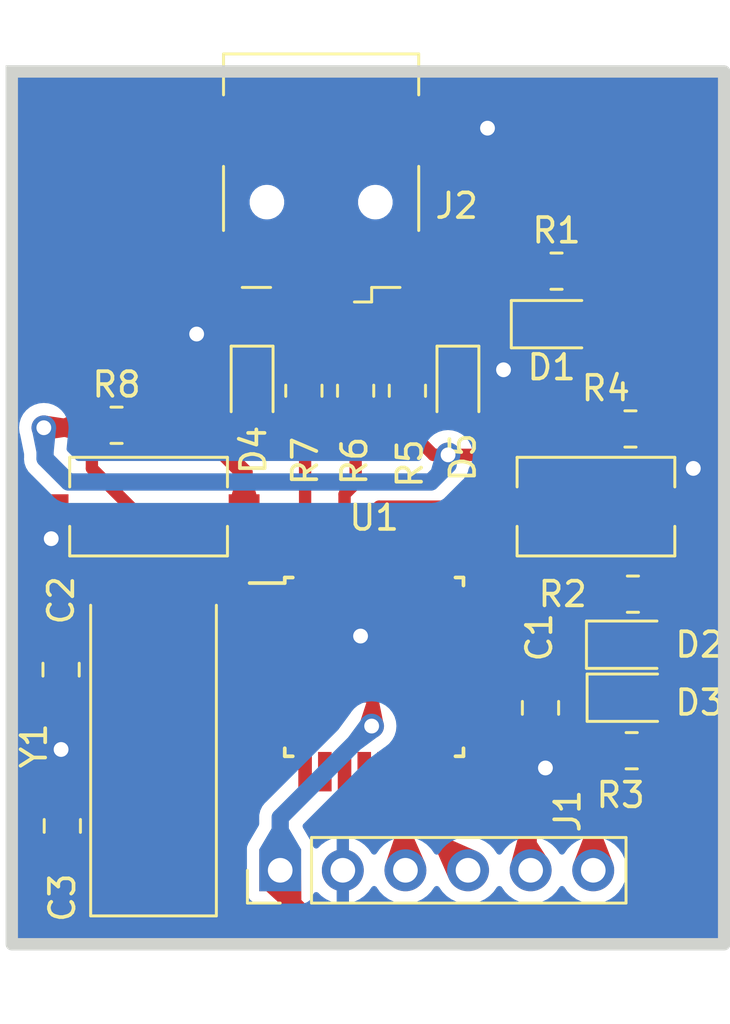
<source format=kicad_pcb>
(kicad_pcb (version 20221018) (generator pcbnew)
  (title_block (title "ATMega8 Minimum System") (date "2023-10-19") (rev "v0") (company "Achmadi ST MT"))
  (layers (0 "F.Cu" signal) (31 "B.Cu" signal) (34 "B.Paste" user) (35 "F.Paste" user) (36 "B.SilkS" user "B.Silkscreen") (37 "F.SilkS" user "F.Silkscreen") (38 "B.Mask" user) (39 "F.Mask" user) (44 "Edge.Cuts" user))
  (net 0 "")
  (net 1 "GND")
  (net 2 "Net-(U1-PB6{slash}XTAL1)")
  (net 3 "Net-(U1-PB7{slash}XTAL2)")
  (net 4 "Net-(D1-A)")
  (net 5 "LED2")
  (net 6 "Net-(D2-A)")
  (net 7 "LED1")
  (net 8 "Net-(D3-A)")
  (net 9 "USB_DP")
  (net 10 "USB_DM")
  (net 11 "VCC")
  (net 12 "NSS")
  (net 13 "MOSI")
  (net 14 "MISO")
  (net 15 "SCK")
  (net 17 "RST")
  (net 18 "Net-(U1-PD0)")
  (net 19 "Net-(U1-PD1)")
  (net 20 "BOOT")
  (footprint "Button_Switch_SMD:SW_Tactile_SPST_NO_Straight_CK_PTS636Sx25SMTRLFS" (layer "F.Cu") (at 89.5 59.85)
    (fp_text reference "SW2" hide)
    (fp_text value "SW_Push")
    (fp_line (start -3.2 -2) (end -3.2 -0.8) (stroke (width 0.12)) (layer "F.SilkS"))
    (fp_line (start -3.2 0.8) (end -3.2 2) (stroke (width 0.12)) (layer "F.SilkS"))
    (fp_line (start -3.2 2) (end 3.2 2) (stroke (width 0.12)) (layer "F.SilkS"))
    (fp_line (start 3.2 -2) (end -3.2 -2) (stroke (width 0.12)) (layer "F.SilkS"))
    (fp_line (start 3.2 -0.8) (end 3.2 -2) (stroke (width 0.12)) (layer "F.SilkS"))
    (fp_line (start 3.2 2) (end 3.2 0.8) (stroke (width 0.12)) (layer "F.SilkS"))
    (pad "1" smd rect (at -3.875 0) (size 1.25 1) (layers "F.Cu" "F.Paste" "F.Mask") (net 1 "GND"))
    (pad "2" smd rect (at 3.875 0) (size 1.25 1) (layers "F.Cu" "F.Paste" "F.Mask") (net 20 "BOOT"))
  )
  (footprint "Button_Switch_SMD:SW_Tactile_SPST_NO_Straight_CK_PTS636Sx25SMTRLFS" (layer "F.Cu") (at 107.65 59.85 180)
    (fp_text reference "SW1" hide)
    (fp_text value "SW_Push")
    (fp_line (start -3.2 -2) (end -3.2 -0.8) (stroke (width 0.12)) (layer "F.SilkS"))
    (fp_line (start -3.2 0.8) (end -3.2 2) (stroke (width 0.12)) (layer "F.SilkS"))
    (fp_line (start -3.2 2) (end 3.2 2) (stroke (width 0.12)) (layer "F.SilkS"))
    (fp_line (start 3.2 -2) (end -3.2 -2) (stroke (width 0.12)) (layer "F.SilkS"))
    (fp_line (start 3.2 -0.8) (end 3.2 -2) (stroke (width 0.12)) (layer "F.SilkS"))
    (fp_line (start 3.2 2) (end 3.2 0.8) (stroke (width 0.12)) (layer "F.SilkS"))
    (pad "1" smd rect (at -3.875 0 180) (size 1.25 1) (layers "F.Cu" "F.Paste" "F.Mask") (net 1 "GND"))
    (pad "2" smd rect (at 3.875 0 180) (size 1.25 1) (layers "F.Cu" "F.Paste" "F.Mask") (net 17 "RST"))
  )
  (footprint "LED_SMD:LED_0805_2012Metric_Pad1.15x1.40mm_HandSolder" (layer "F.Cu") (at 106.075 52.45)
    (fp_text reference "D1" (at -0.225 1.75) (layer "F.SilkS"))
    (fp_text value "LED")
    (fp_line (start -1.86 -0.96) (end -1.86 0.96) (stroke (width 0.12)) (layer "F.SilkS"))
    (fp_line (start -1.86 0.96) (end 1 0.96) (stroke (width 0.12)) (layer "F.SilkS"))
    (fp_line (start 1 -0.96) (end -1.86 -0.96) (stroke (width 0.12)) (layer "F.SilkS"))
    (pad "1" smd roundrect (at -1.025 0) (size 1.15 1.4) (layers "F.Cu" "F.Paste" "F.Mask") (roundrect_rratio 0.217391) (net 1 "GND"))
    (pad "2" smd roundrect (at 1.025 0) (size 1.15 1.4) (layers "F.Cu" "F.Paste" "F.Mask") (roundrect_rratio 0.217391) (net 4 "Net-(D1-A)"))
  )
  (footprint "LED_SMD:LED_0805_2012Metric_Pad1.15x1.40mm_HandSolder" (layer "F.Cu") (at 109.15 67.6)
    (fp_text reference "D3" (at 2.7 0.2) (layer "F.SilkS"))
    (fp_text value "LED")
    (fp_line (start -1.86 -0.96) (end -1.86 0.96) (stroke (width 0.12)) (layer "F.SilkS"))
    (fp_line (start -1.86 0.96) (end 1 0.96) (stroke (width 0.12)) (layer "F.SilkS"))
    (fp_line (start 1 -0.96) (end -1.86 -0.96) (stroke (width 0.12)) (layer "F.SilkS"))
    (pad "1" smd roundrect (at -1.025 0) (size 1.15 1.4) (layers "F.Cu" "F.Paste" "F.Mask") (roundrect_rratio 0.217391) (net 7 "LED1"))
    (pad "2" smd roundrect (at 1.025 0) (size 1.15 1.4) (layers "F.Cu" "F.Paste" "F.Mask") (roundrect_rratio 0.217391) (net 8 "Net-(D3-A)"))
  )
  (footprint "Resistor_SMD:R_0805_2012Metric_Pad1.20x1.40mm_HandSolder" (layer "F.Cu") (at 106.05 50.3)
    (fp_text reference "R1" (at 0 -1.65) (layer "F.SilkS"))
    (fp_text value "330")
    (fp_line (start -0.227064 -0.735) (end 0.227064 -0.735) (stroke (width 0.12)) (layer "F.SilkS"))
    (fp_line (start -0.227064 0.735) (end 0.227064 0.735) (stroke (width 0.12)) (layer "F.SilkS"))
    (pad "1" smd roundrect (at -1 0) (size 1.2 1.4) (layers "F.Cu" "F.Paste" "F.Mask") (roundrect_rratio 0.208333) (net 11 "VCC"))
    (pad "2" smd roundrect (at 1 0) (size 1.2 1.4) (layers "F.Cu" "F.Paste" "F.Mask") (roundrect_rratio 0.208333) (net 4 "Net-(D1-A)"))
  )
  (footprint "Resistor_SMD:R_0805_2012Metric_Pad1.20x1.40mm_HandSolder" (layer "F.Cu") (at 95.8 55.15 90)
    (fp_text reference "R7" (at -2.85 0.05 90) (layer "F.SilkS"))
    (fp_text value "68")
    (fp_line (start -0.227064 -0.735) (end 0.227064 -0.735) (stroke (width 0.12)) (layer "F.SilkS"))
    (fp_line (start -0.227064 0.735) (end 0.227064 0.735) (stroke (width 0.12)) (layer "F.SilkS"))
    (pad "1" smd roundrect (at -1 0 90) (size 1.2 1.4) (layers "F.Cu" "F.Paste" "F.Mask") (roundrect_rratio 0.208333) (net 19 "Net-(U1-PD1)"))
    (pad "2" smd roundrect (at 1 0 90) (size 1.2 1.4) (layers "F.Cu" "F.Paste" "F.Mask") (roundrect_rratio 0.208333) (net 9 "USB_DP"))
  )
  (footprint "Connector_PinHeader_2.54mm:PinHeader_1x06_P2.54mm_Vertical" (layer "F.Cu") (at 94.84 74.6 90)
    (fp_text reference "J1" (at 2.4 11.66 90) (layer "F.SilkS"))
    (fp_text value "Conn_01x06_Pin")
    (fp_line (start -1.33 -1.33) (end 0 -1.33) (stroke (width 0.12)) (layer "F.SilkS"))
    (fp_line (start -1.33 0) (end -1.33 -1.33) (stroke (width 0.12)) (layer "F.SilkS"))
    (fp_line (start -1.33 1.27) (end -1.33 14.03) (stroke (width 0.12)) (layer "F.SilkS"))
    (fp_line (start -1.33 1.27) (end 1.33 1.27) (stroke (width 0.12)) (layer "F.SilkS"))
    (fp_line (start -1.33 14.03) (end 1.33 14.03) (stroke (width 0.12)) (layer "F.SilkS"))
    (fp_line (start 1.33 1.27) (end 1.33 14.03) (stroke (width 0.12)) (layer "F.SilkS"))
    (pad "1" thru_hole rect (at 0 0 90) (size 1.7 1.7) (drill 1) (layers "*.Cu" "*.Mask") (net 11 "VCC"))
    (pad "2" thru_hole oval (at 0 2.54 90) (size 1.7 1.7) (drill 1) (layers "*.Cu" "*.Mask") (net 1 "GND"))
    (pad "3" thru_hole oval (at 0 5.08 90) (size 1.7 1.7) (drill 1) (layers "*.Cu" "*.Mask") (net 12 "NSS"))
    (pad "4" thru_hole oval (at 0 7.62 90) (size 1.7 1.7) (drill 1) (layers "*.Cu" "*.Mask") (net 13 "MOSI"))
    (pad "5" thru_hole oval (at 0 10.16 90) (size 1.7 1.7) (drill 1) (layers "*.Cu" "*.Mask") (net 14 "MISO"))
    (pad "6" thru_hole oval (at 0 12.7 90) (size 1.7 1.7) (drill 1) (layers "*.Cu" "*.Mask") (net 15 "SCK"))
  )
  (footprint "Resistor_SMD:R_0805_2012Metric_Pad1.20x1.40mm_HandSolder" (layer "F.Cu") (at 109.05 56.7 180)
    (fp_text reference "R4" (at 1 1.65) (layer "F.SilkS"))
    (fp_text value "10K")
    (fp_line (start -0.227064 -0.735) (end 0.227064 -0.735) (stroke (width 0.12)) (layer "F.SilkS"))
    (fp_line (start -0.227064 0.735) (end 0.227064 0.735) (stroke (width 0.12)) (layer "F.SilkS"))
    (pad "1" smd roundrect (at -1 0 180) (size 1.2 1.4) (layers "F.Cu" "F.Paste" "F.Mask") (roundrect_rratio 0.208333) (net 11 "VCC"))
    (pad "2" smd roundrect (at 1 0 180) (size 1.2 1.4) (layers "F.Cu" "F.Paste" "F.Mask") (roundrect_rratio 0.208333) (net 17 "RST"))
  )
  (footprint "Diode_SMD:D_SOD-323" (layer "F.Cu") (at 93.7 54.95 -90)
    (fp_text reference "D4" (at 2.6 -0.05 90) (layer "F.SilkS"))
    (fp_text value "3V6")
    (fp_line (start -1.61 -0.85) (end -1.61 0.85) (stroke (width 0.12)) (layer "F.SilkS"))
    (fp_line (start -1.61 -0.85) (end 1.05 -0.85) (stroke (width 0.12)) (layer "F.SilkS"))
    (fp_line (start -1.61 0.85) (end 1.05 0.85) (stroke (width 0.12)) (layer "F.SilkS"))
    (pad "1" smd roundrect (at -1.05 0 270) (size 0.6 0.45) (layers "F.Cu" "F.Paste" "F.Mask") (net 9 "USB_DP"))
    (pad "2" smd roundrect (at 1.05 0 270) (size 0.6 0.45) (layers "F.Cu" "F.Paste" "F.Mask") (net 1 "GND"))
  )
  (footprint "Package_QFP:TQFP-32_7x7mm_P0.8mm" (layer "F.Cu") (at 98.65 66.35)
    (fp_text reference "U1" (at 0 -6.05) (layer "F.SilkS"))
    (fp_text value "ATmega8A-A")
    (fp_line (start -3.625 -3.625) (end -3.625 -3.4) (stroke (width 0.15)) (layer "F.SilkS"))
    (fp_line (start -3.625 -3.625) (end -3.3 -3.625) (stroke (width 0.15)) (layer "F.SilkS"))
    (fp_line (start -3.625 -3.4) (end -5.05 -3.4) (stroke (width 0.15)) (layer "F.SilkS"))
    (fp_line (start -3.625 3.625) (end -3.625 3.3) (stroke (width 0.15)) (layer "F.SilkS"))
    (fp_line (start -3.625 3.625) (end -3.3 3.625) (stroke (width 0.15)) (layer "F.SilkS"))
    (fp_line (start 3.625 -3.625) (end 3.3 -3.625) (stroke (width 0.15)) (layer "F.SilkS"))
    (fp_line (start 3.625 -3.625) (end 3.625 -3.3) (stroke (width 0.15)) (layer "F.SilkS"))
    (fp_line (start 3.625 3.625) (end 3.3 3.625) (stroke (width 0.15)) (layer "F.SilkS"))
    (fp_line (start 3.625 3.625) (end 3.625 3.3) (stroke (width 0.15)) (layer "F.SilkS"))
    (pad "1" smd rect (at -4.25 -2.8) (size 1.6 0.55) (layers "F.Cu" "F.Paste" "F.Mask") (net 20 "BOOT"))
    (pad "2" smd rect (at -4.25 -2) (size 1.6 0.55) (layers "F.Cu" "F.Paste" "F.Mask"))
    (pad "3" smd rect (at -4.25 -1.2) (size 1.6 0.55) (layers "F.Cu" "F.Paste" "F.Mask") (net 1 "GND"))
    (pad "4" smd rect (at -4.25 -0.4) (size 1.6 0.55) (layers "F.Cu" "F.Paste" "F.Mask") (net 11 "VCC"))
    (pad "5" smd rect (at -4.25 0.4) (size 1.6 0.55) (layers "F.Cu" "F.Paste" "F.Mask") (net 1 "GND"))
    (pad "6" smd rect (at -4.25 1.2) (size 1.6 0.55) (layers "F.Cu" "F.Paste" "F.Mask") (net 11 "VCC"))
    (pad "7" smd rect (at -4.25 2) (size 1.6 0.55) (layers "F.Cu" "F.Paste" "F.Mask") (net 2 "Net-(U1-PB6{slash}XTAL1)"))
    (pad "8" smd rect (at -4.25 2.8) (size 1.6 0.55) (layers "F.Cu" "F.Paste" "F.Mask") (net 3 "Net-(U1-PB7{slash}XTAL2)"))
    (pad "9" smd rect (at -2.8 4.25 90) (size 1.6 0.55) (layers "F.Cu" "F.Paste" "F.Mask"))
    (pad "10" smd rect (at -2 4.25 90) (size 1.6 0.55) (layers "F.Cu" "F.Paste" "F.Mask"))
    (pad "11" smd rect (at -1.2 4.25 90) (size 1.6 0.55) (layers "F.Cu" "F.Paste" "F.Mask"))
    (pad "12" smd rect (at -0.4 4.25 90) (size 1.6 0.55) (layers "F.Cu" "F.Paste" "F.Mask"))
    (pad "13" smd rect (at 0.4 4.25 90) (size 1.6 0.55) (layers "F.Cu" "F.Paste" "F.Mask"))
    (pad "14" smd rect (at 1.2 4.25 90) (size 1.6 0.55) (layers "F.Cu" "F.Paste" "F.Mask") (net 12 "NSS"))
    (pad "15" smd rect (at 2 4.25 90) (size 1.6 0.55) (layers "F.Cu" "F.Paste" "F.Mask") (net 13 "MOSI"))
    (pad "16" smd rect (at 2.8 4.25 90) (size 1.6 0.55) (layers "F.Cu" "F.Paste" "F.Mask") (net 14 "MISO"))
    (pad "17" smd rect (at 4.25 2.8) (size 1.6 0.55) (layers "F.Cu" "F.Paste" "F.Mask") (net 15 "SCK"))
    (pad "18" smd rect (at 4.25 2) (size 1.6 0.55) (layers "F.Cu" "F.Paste" "F.Mask") (net 11 "VCC"))
    (pad "19" smd rect (at 4.25 1.2) (size 1.6 0.55) (layers "F.Cu" "F.Paste" "F.Mask"))
    (pad "20" smd rect (at 4.25 0.4) (size 1.6 0.55) (layers "F.Cu" "F.Paste" "F.Mask") (net 11 "VCC"))
    (pad "21" smd rect (at 4.25 -0.4) (size 1.6 0.55) (layers "F.Cu" "F.Paste" "F.Mask") (net 1 "GND"))
    (pad "22" smd rect (at 4.25 -1.2) (size 1.6 0.55) (layers "F.Cu" "F.Paste" "F.Mask"))
    (pad "23" smd rect (at 4.25 -2) (size 1.6 0.55) (layers "F.Cu" "F.Paste" "F.Mask") (net 7 "LED1"))
    (pad "24" smd rect (at 4.25 -2.8) (size 1.6 0.55) (layers "F.Cu" "F.Paste" "F.Mask") (net 5 "LED2"))
    (pad "25" smd rect (at 2.8 -4.25 90) (size 1.6 0.55) (layers "F.Cu" "F.Paste" "F.Mask") (net 1 "GND"))
    (pad "26" smd rect (at 2 -4.25 90) (size 1.6 0.55) (layers "F.Cu" "F.Paste" "F.Mask"))
    (pad "27" smd rect (at 1.2 -4.25 90) (size 1.6 0.55) (layers "F.Cu" "F.Paste" "F.Mask"))
    (pad "28" smd rect (at 0.4 -4.25 90) (size 1.6 0.55) (layers "F.Cu" "F.Paste" "F.Mask"))
    (pad "29" smd rect (at -0.4 -4.25 90) (size 1.6 0.55) (layers "F.Cu" "F.Paste" "F.Mask") (net 17 "RST"))
    (pad "30" smd rect (at -1.2 -4.25 90) (size 1.6 0.55) (layers "F.Cu" "F.Paste" "F.Mask") (net 18 "Net-(U1-PD0)"))
    (pad "31" smd rect (at -2 -4.25 90) (size 1.6 0.55) (layers "F.Cu" "F.Paste" "F.Mask") (net 19 "Net-(U1-PD1)"))
    (pad "32" smd rect (at -2.8 -4.25 90) (size 1.6 0.55) (layers "F.Cu" "F.Paste" "F.Mask") (net 19 "Net-(U1-PD1)"))
  )
  (footprint "Connector_USB:USB_Mini-B_Wuerth_65100516121_Horizontal" (layer "F.Cu") (at 96.5 47.5 180)
    (fp_text reference "J2" (at -5.5 -0.15) (layer "F.SilkS"))
    (fp_text value "USB_B_Mini")
    (fp_line (start -3.96 1.45) (end -3.96 -1.15) (stroke (width 0.12)) (layer "F.SilkS"))
    (fp_line (start -3.96 4.35) (end -3.96 6.01) (stroke (width 0.12)) (layer "F.SilkS"))
    (fp_line (start -3.96 6.01) (end 3.96 6.01) (stroke (width 0.12)) (layer "F.SilkS"))
    (fp_line (start -3.2 -3.46) (end -2.05 -3.46) (stroke (width 0.12)) (layer "F.SilkS"))
    (fp_line (start -2.05 -4.05) (end -1.35 -4.05) (stroke (width 0.12)) (layer "F.SilkS"))
    (fp_line (start -2.05 -3.46) (end -2.05 -4.05) (stroke (width 0.12)) (layer "F.SilkS"))
    (fp_line (start 2.05 -3.46) (end 3.2 -3.46) (stroke (width 0.12)) (layer "F.SilkS"))
    (fp_line (start 3.96 -1.15) (end 3.96 1.45) (stroke (width 0.12)) (layer "F.SilkS"))
    (fp_line (start 3.96 6.01) (end 3.96 4.35) (stroke (width 0.12)) (layer "F.SilkS"))
    (pad "" np_thru_hole circle (at -2.2 0 180) (size 0.9 0.9) (drill 0.9) (layers "*.Cu" "*.Mask"))
    (pad "" np_thru_hole circle (at 2.2 0 180) (size 0.9 0.9) (drill 0.9) (layers "*.Cu" "*.Mask"))
    (pad "1" smd rect (at -1.6 -2.6 180) (size 0.5 2.5) (layers "F.Cu" "F.Paste" "F.Mask") (net 11 "VCC"))
    (pad "2" smd rect (at -0.8 -2.6 180) (size 0.5 2.5) (layers "F.Cu" "F.Paste" "F.Mask") (net 10 "USB_DM"))
    (pad "3" smd rect (at 0 -2.6 180) (size 0.5 2.5) (layers "F.Cu" "F.Paste" "F.Mask") (net 9 "USB_DP"))
    (pad "4" smd rect (at 0.8 -2.6 180) (size 0.5 2.5) (layers "F.Cu" "F.Paste" "F.Mask"))
    (pad "5" smd rect (at 1.6 -2.6 180) (size 0.5 2.5) (layers "F.Cu" "F.Paste" "F.Mask") (net 1 "GND"))
    (pad "6" smd rect (at -4.4 -2.6 180) (size 2 2.5) (layers "F.Cu" "F.Paste" "F.Mask") (net 1 "GND"))
    (pad "6" smd rect (at -4.4 2.9 180) (size 2 2.5) (layers "F.Cu" "F.Paste" "F.Mask") (net 1 "GND"))
    (pad "6" smd rect (at 4.4 -2.6 180) (size 2 2.5) (layers "F.Cu" "F.Paste" "F.Mask") (net 1 "GND"))
    (pad "6" smd rect (at 4.4 2.9 180) (size 2 2.5) (layers "F.Cu" "F.Paste" "F.Mask") (net 1 "GND"))
  )
  (footprint "Diode_SMD:D_SOD-323" (layer "F.Cu") (at 102.05 54.95 -90)
    (fp_text reference "D5" (at 2.9 -0.2 -90) (layer "F.SilkS"))
    (fp_text value "3V6")
    (fp_line (start -1.61 -0.85) (end -1.61 0.85) (stroke (width 0.12)) (layer "F.SilkS"))
    (fp_line (start -1.61 -0.85) (end 1.05 -0.85) (stroke (width 0.12)) (layer "F.SilkS"))
    (fp_line (start -1.61 0.85) (end 1.05 0.85) (stroke (width 0.12)) (layer "F.SilkS"))
    (pad "1" smd roundrect (at -1.05 0 270) (size 0.6 0.45) (layers "F.Cu" "F.Paste" "F.Mask") (net 10 "USB_DM"))
    (pad "2" smd roundrect (at 1.05 0 270) (size 0.6 0.45) (layers "F.Cu" "F.Paste" "F.Mask") (net 1 "GND"))
  )
  (footprint "Resistor_SMD:R_0805_2012Metric_Pad1.20x1.40mm_HandSolder" (layer "F.Cu") (at 109.1 69.75 180)
    (fp_text reference "R3" (at 0.45 -1.8) (layer "F.SilkS"))
    (fp_text value "330")
    (fp_line (start -0.227064 -0.735) (end 0.227064 -0.735) (stroke (width 0.12)) (layer "F.SilkS"))
    (fp_line (start -0.227064 0.735) (end 0.227064 0.735) (stroke (width 0.12)) (layer "F.SilkS"))
    (pad "1" smd roundrect (at -1 0 180) (size 1.2 1.4) (layers "F.Cu" "F.Paste" "F.Mask") (roundrect_rratio 0.208333) (net 11 "VCC"))
    (pad "2" smd roundrect (at 1 0 180) (size 1.2 1.4) (layers "F.Cu" "F.Paste" "F.Mask") (roundrect_rratio 0.208333) (net 8 "Net-(D3-A)"))
  )
  (footprint "Crystal:Crystal_SMD_HC49-SD" (layer "F.Cu") (at 89.7 69.75 90)
    (fp_text reference "Y1" (at 0.2 -4.85 90) (layer "F.SilkS"))
    (fp_text value "12MHz")
    (fp_line (start -6.7 -2.55) (end -6.7 2.55) (stroke (width 0.12)) (layer "F.SilkS"))
    (fp_line (start -6.7 2.55) (end 5.9 2.55) (stroke (width 0.12)) (layer "F.SilkS"))
    (fp_line (start 5.9 -2.55) (end -6.7 -2.55) (stroke (width 0.12)) (layer "F.SilkS"))
    (pad "1" smd rect (at -4.25 0 90) (size 4.5 2) (layers "F.Cu" "F.Paste" "F.Mask") (net 3 "Net-(U1-PB7{slash}XTAL2)"))
    (pad "2" smd rect (at 4.25 0 90) (size 4.5 2) (layers "F.Cu" "F.Paste" "F.Mask") (net 2 "Net-(U1-PB6{slash}XTAL1)"))
  )
  (footprint "Resistor_SMD:R_0805_2012Metric_Pad1.20x1.40mm_HandSolder" (layer "F.Cu") (at 88.2 56.55)
    (fp_text reference "R8" (at 0 -1.65) (layer "F.SilkS"))
    (fp_text value "10K")
    (fp_line (start -0.227064 -0.735) (end 0.227064 -0.735) (stroke (width 0.12)) (layer "F.SilkS"))
    (fp_line (start -0.227064 0.735) (end 0.227064 0.735) (stroke (width 0.12)) (layer "F.SilkS"))
    (pad "1" smd roundrect (at -1 0) (size 1.2 1.4) (layers "F.Cu" "F.Paste" "F.Mask") (roundrect_rratio 0.208333) (net 11 "VCC"))
    (pad "2" smd roundrect (at 1 0) (size 1.2 1.4) (layers "F.Cu" "F.Paste" "F.Mask") (roundrect_rratio 0.208333) (net 20 "BOOT"))
  )
  (footprint "Resistor_SMD:R_0805_2012Metric_Pad1.20x1.40mm_HandSolder" (layer "F.Cu") (at 97.9 55.15 90)
    (fp_text reference "R6" (at -2.85 -0.05 90) (layer "F.SilkS"))
    (fp_text value "68")
    (fp_line (start -0.227064 -0.735) (end 0.227064 -0.735) (stroke (width 0.12)) (layer "F.SilkS"))
    (fp_line (start -0.227064 0.735) (end 0.227064 0.735) (stroke (width 0.12)) (layer "F.SilkS"))
    (pad "1" smd roundrect (at -1 0 90) (size 1.2 1.4) (layers "F.Cu" "F.Paste" "F.Mask") (roundrect_rratio 0.208333) (net 18 "Net-(U1-PD0)"))
    (pad "2" smd roundrect (at 1 0 90) (size 1.2 1.4) (layers "F.Cu" "F.Paste" "F.Mask") (roundrect_rratio 0.208333) (net 10 "USB_DM"))
  )
  (footprint "Capacitor_SMD:C_0805_2012Metric_Pad1.18x1.45mm_HandSolder" (layer "F.Cu") (at 105.4 68.0125 90)
    (fp_text reference "C1" (at 2.8625 -0.05 90) (layer "F.SilkS"))
    (fp_text value "100n")
    (fp_line (start -0.261252 -0.735) (end 0.261252 -0.735) (stroke (width 0.12)) (layer "F.SilkS"))
    (fp_line (start -0.261252 0.735) (end 0.261252 0.735) (stroke (width 0.12)) (layer "F.SilkS"))
    (pad "1" smd roundrect (at -1.0375 0 90) (size 1.175 1.45) (layers "F.Cu" "F.Paste" "F.Mask") (roundrect_rratio 0.212766) (net 1 "GND"))
    (pad "2" smd roundrect (at 1.0375 0 90) (size 1.175 1.45) (layers "F.Cu" "F.Paste" "F.Mask") (roundrect_rratio 0.212766) (net 11 "VCC"))
  )
  (footprint "LED_SMD:LED_0805_2012Metric_Pad1.15x1.40mm_HandSolder" (layer "F.Cu") (at 109.125 65.45)
    (fp_text reference "D2" (at 2.725 0) (layer "F.SilkS"))
    (fp_text value "LED")
    (fp_line (start -1.86 -0.96) (end -1.86 0.96) (stroke (width 0.12)) (layer "F.SilkS"))
    (fp_line (start -1.86 0.96) (end 1 0.96) (stroke (width 0.12)) (layer "F.SilkS"))
    (fp_line (start 1 -0.96) (end -1.86 -0.96) (stroke (width 0.12)) (layer "F.SilkS"))
    (pad "1" smd roundrect (at -1.025 0) (size 1.15 1.4) (layers "F.Cu" "F.Paste" "F.Mask") (roundrect_rratio 0.217391) (net 5 "LED2"))
    (pad "2" smd roundrect (at 1.025 0) (size 1.15 1.4) (layers "F.Cu" "F.Paste" "F.Mask") (roundrect_rratio 0.217391) (net 6 "Net-(D2-A)"))
  )
  (footprint "Capacitor_SMD:C_0805_2012Metric_Pad1.18x1.45mm_HandSolder" (layer "F.Cu") (at 85.95 66.4625 90)
    (fp_text reference "C2" (at 2.8125 0 90) (layer "F.SilkS"))
    (fp_text value "22pF")
    (fp_line (start -0.261252 -0.735) (end 0.261252 -0.735) (stroke (width 0.12)) (layer "F.SilkS"))
    (fp_line (start -0.261252 0.735) (end 0.261252 0.735) (stroke (width 0.12)) (layer "F.SilkS"))
    (pad "1" smd roundrect (at -1.0375 0 90) (size 1.175 1.45) (layers "F.Cu" "F.Paste" "F.Mask") (roundrect_rratio 0.212766) (net 1 "GND"))
    (pad "2" smd roundrect (at 1.0375 0 90) (size 1.175 1.45) (layers "F.Cu" "F.Paste" "F.Mask") (roundrect_rratio 0.212766) (net 2 "Net-(U1-PB6{slash}XTAL1)"))
  )
  (footprint "Capacitor_SMD:C_0805_2012Metric_Pad1.18x1.45mm_HandSolder" (layer "F.Cu") (at 86 72.8 -90)
    (fp_text reference "C3" (at 2.9125 0 90) (layer "F.SilkS"))
    (fp_text value "22pF")
    (fp_line (start -0.261252 -0.735) (end 0.261252 -0.735) (stroke (width 0.12)) (layer "F.SilkS"))
    (fp_line (start -0.261252 0.735) (end 0.261252 0.735) (stroke (width 0.12)) (layer "F.SilkS"))
    (pad "1" smd roundrect (at -1.0375 0 270) (size 1.175 1.45) (layers "F.Cu" "F.Paste" "F.Mask") (roundrect_rratio 0.212766) (net 1 "GND"))
    (pad "2" smd roundrect (at 1.0375 0 270) (size 1.175 1.45) (layers "F.Cu" "F.Paste" "F.Mask") (roundrect_rratio 0.212766) (net 3 "Net-(U1-PB7{slash}XTAL2)"))
  )
  (footprint "Resistor_SMD:R_0805_2012Metric_Pad1.20x1.40mm_HandSolder" (layer "F.Cu") (at 100 55.15 -90)
    (fp_text reference "R5" (at 2.95 -0.1 90) (layer "F.SilkS"))
    (fp_text value "10K")
    (fp_line (start -0.227064 -0.735) (end 0.227064 -0.735) (stroke (width 0.12)) (layer "F.SilkS"))
    (fp_line (start -0.227064 0.735) (end 0.227064 0.735) (stroke (width 0.12)) (layer "F.SilkS"))
    (pad "1" smd roundrect (at -1 0 270) (size 1.2 1.4) (layers "F.Cu" "F.Paste" "F.Mask") (roundrect_rratio 0.208333) (net 10 "USB_DM"))
    (pad "2" smd roundrect (at 1 0 270) (size 1.2 1.4) (layers "F.Cu" "F.Paste" "F.Mask") (roundrect_rratio 0.208333) (net 11 "VCC"))
  )
  (footprint "Resistor_SMD:R_0805_2012Metric_Pad1.20x1.40mm_HandSolder" (layer "F.Cu") (at 109.15 63.4 180)
    (fp_text reference "R2" (at 2.85 0) (layer "F.SilkS"))
    (fp_text value "330")
    (fp_line (start -0.227064 -0.735) (end 0.227064 -0.735) (stroke (width 0.12)) (layer "F.SilkS"))
    (fp_line (start -0.227064 0.735) (end 0.227064 0.735) (stroke (width 0.12)) (layer "F.SilkS"))
    (pad "1" smd roundrect (at -1 0 180) (size 1.2 1.4) (layers "F.Cu" "F.Paste" "F.Mask") (roundrect_rratio 0.208333) (net 11 "VCC"))
    (pad "2" smd roundrect (at 1 0 180) (size 1.2 1.4) (layers "F.Cu" "F.Paste" "F.Mask") (roundrect_rratio 0.208333) (net 6 "Net-(D2-A)"))
  )
  (gr_rect (start 83.95 42.2) (end 112.85 77.6) (stroke (width 0.5)) (fill none) (layer "Edge.Cuts"))
  (segment (start 111.525 58.375) (end 111.6 58.3) (width 0.7) (layer "F.Cu") (net 1))
  (segment (start 105.4 69.05) (end 105.4 70.25) (width 0.5) (layer "F.Cu") (net 1))
  (segment (start 105.05 52.45) (end 105.05 54.45) (width 0.5) (layer "F.Cu") (net 1))
  (segment (start 101.45 65.8) (end 101.3 65.95) (width 0.5) (layer "F.Cu") (net 1))
  (segment (start 93.7 56) (end 92.4 54.7) (width 0.5) (layer "F.Cu") (net 1))
  (segment (start 85.625 61.075) (end 85.55 61.15) (width 0.5) (layer "F.Cu") (net 1))
  (segment (start 100.7 65.95) (end 102.9 65.95) (width 0.5) (layer "F.Cu") (net 1))
  (segment (start 103.5 56) (end 102.05 56) (width 0.5) (layer "F.Cu") (net 1))
  (segment (start 105.4 70.25) (end 105.6 70.45) (width 0.5) (layer "F.Cu") (net 1))
  (segment (start 94.1 52.6) (end 92.4 52.6) (width 0.5) (layer "F.Cu") (net 1))
  (segment (start 100.9 44.6) (end 100.9 50.1) (width 0.7) (layer "F.Cu") (net 1))
  (segment (start 92.15 52.85) (end 91.45 52.85) (width 0.5) (layer "F.Cu") (net 1))
  (segment (start 101.3 65.95) (end 100.7 65.95) (width 0.5) (layer "F.Cu") (net 1))
  (segment (start 92.4 52.6) (end 92.15 52.85) (width 0.5) (layer "F.Cu") (net 1))
  (segment (start 97.5 66.75) (end 98.75 66.75) (width 0.5) (layer "F.Cu") (net 1))
  (segment (start 98.75 66.75) (end 98.1 66.1) (width 0.5) (layer "F.Cu") (net 1))
  (segment (start 105.05 54.45) (end 104.05 54.45) (width 0.5) (layer "F.Cu") (net 1))
  (segment (start 85.625 59.85) (end 85.625 61.075) (width 0.5) (layer "F.Cu") (net 1))
  (segment (start 94.9 51.8) (end 94.1 52.6) (width 0.5) (layer "F.Cu") (net 1))
  (segment (start 98.8 66.75) (end 99.6 65.95) (width 0.5) (layer "F.Cu") (net 1))
  (segment (start 103.15 44.6) (end 103.25 44.5) (width 0.7) (layer "F.Cu") (net 1))
  (segment (start 85.95 71.7125) (end 86 71.7625) (width 0.7) (layer "F.Cu") (net 1))
  (segment (start 92.4 52.6) (end 92.1 52.3) (width 0.5) (layer "F.Cu") (net 1))
  (segment (start 104.05 54.45) (end 103.9 54.3) (width 0.5) (layer "F.Cu") (net 1))
  (segment (start 92.4 54.7) (end 92.4 52.6) (width 0.5) (layer "F.Cu") (net 1))
  (segment (start 92.1 52.3) (end 92.1 50.1) (width 0.5) (layer "F.Cu") (net 1))
  (segment (start 94.4 65.15) (end 95.9 65.15) (width 0.5) (layer "F.Cu") (net 1))
  (segment (start 111.525 59.85) (end 111.525 58.375) (width 0.7) (layer "F.Cu") (net 1))
  (segment (start 101.45 62.1) (end 101.45 65.8) (width 0.5) (layer "F.Cu") (net 1))
  (segment (start 105.05 54.45) (end 103.5 56) (width 0.5) (layer "F.Cu") (net 1))
  (segment (start 92.1 44.6) (end 92.1 50.1) (width 0.7) (layer "F.Cu") (net 1))
  (segment (start 85.95 67.5) (end 85.95 71.7125) (width 0.7) (layer "F.Cu") (net 1))
  (segment (start 99.6 65.95) (end 100.7 65.95) (width 0.5) (layer "F.Cu") (net 1))
  (segment (start 98.1 66.1) (end 98.1 65.1) (width 0.5) (layer "F.Cu") (net 1))
  (segment (start 98.75 66.75) (end 98.8 66.75) (width 0.5) (layer "F.Cu") (net 1))
  (segment (start 94.9 50.1) (end 94.9 51.8) (width 0.5) (layer "F.Cu") (net 1))
  (segment (start 94.4 66.75) (end 97.5 66.75) (width 0.5) (layer "F.Cu") (net 1))
  (segment (start 100.9 44.6) (end 103.15 44.6) (width 0.7) (layer "F.Cu") (net 1))
  (segment (start 95.9 65.15) (end 97.5 66.75) (width 0.5) (layer "F.Cu") (net 1))
  (via (at 85.95 69.7) (size 1) (drill 0.6) (layers "F.Cu" "B.Cu") (net 1))
  (via (at 91.45 52.85) (size 1) (drill 0.6) (layers "F.Cu" "B.Cu") (net 1))
  (via (at 98.1 65.1) (size 1) (drill 0.6) (layers "F.Cu" "B.Cu") (net 1))
  (via (at 103.25 44.5) (size 1) (drill 0.6) (layers "F.Cu" "B.Cu") (net 1))
  (via (at 105.6 70.45) (size 1) (drill 0.6) (layers "F.Cu" "B.Cu") (net 1))
  (via (at 111.6 58.3) (size 1) (drill 0.6) (layers "F.Cu" "B.Cu") (net 1))
  (via (at 103.9 54.3) (size 1) (drill 0.6) (layers "F.Cu" "B.Cu") (net 1))
  (via (at 85.55 61.15) (size 1) (drill 0.6) (layers "F.Cu" "B.Cu") (net 1))
  (segment (start 85.95 65.425) (end 89.625 65.425) (width 0.7) (layer "F.Cu") (net 2))
  (segment (start 92.35 67.45) (end 92.35 66.1) (width 0.5) (layer "F.Cu") (net 2))
  (segment (start 94.4 68.35) (end 93.25 68.35) (width 0.5) (layer "F.Cu") (net 2))
  (segment (start 91.75 65.5) (end 89.7 65.5) (width 0.7) (layer "F.Cu") (net 2))
  (segment (start 92.35 66.1) (end 91.75 65.5) (width 0.5) (layer "F.Cu") (net 2))
  (segment (start 93.25 68.35) (end 92.35 67.45) (width 0.5) (layer "F.Cu") (net 2))
  (segment (start 89.625 65.425) (end 89.7 65.5) (width 0.7) (layer "F.Cu") (net 2))
  (segment (start 92.9 69.1) (end 92.35 69.65) (width 0.5) (layer "F.Cu") (net 3))
  (segment (start 89.7 74) (end 86.1625 74) (width 0.7) (layer "F.Cu") (net 3))
  (segment (start 91.85 74) (end 89.7 74) (width 0.7) (layer "F.Cu") (net 3))
  (segment (start 92.35 69.65) (end 92.35 73.5) (width 0.5) (layer "F.Cu") (net 3))
  (segment (start 92.35 73.5) (end 91.85 74) (width 0.5) (layer "F.Cu") (net 3))
  (segment (start 94.35 69.1) (end 92.9 69.1) (width 0.5) (layer "F.Cu") (net 3))
  (segment (start 86.1625 74) (end 86 73.8375) (width 0.7) (layer "F.Cu") (net 3))
  (segment (start 94.4 69.15) (end 94.35 69.1) (width 0.5) (layer "F.Cu") (net 3))
  (segment (start 107.05 52.4) (end 107.1 52.45) (width 0.5) (layer "F.Cu") (net 4))
  (segment (start 107.05 50.3) (end 107.05 52.4) (width 0.5) (layer "F.Cu") (net 4))
  (segment (start 107.35 65.45) (end 105.45 63.55) (width 0.5) (layer "F.Cu") (net 5))
  (segment (start 108.1 65.45) (end 107.35 65.45) (width 0.5) (layer "F.Cu") (net 5))
  (segment (start 105.45 63.55) (end 102.9 63.55) (width 0.5) (layer "F.Cu") (net 5))
  (segment (start 110.15 65.4) (end 108.15 63.4) (width 0.5) (layer "F.Cu") (net 6))
  (segment (start 110.15 65.45) (end 110.15 65.4) (width 0.5) (layer "F.Cu") (net 6))
  (segment (start 106.85 66.2) (end 105 64.35) (width 0.5) (layer "F.Cu") (net 7))
  (segment (start 108.125 67.6) (end 107.3 67.6) (width 0.5) (layer "F.Cu") (net 7))
  (segment (start 107.3 67.6) (end 106.85 67.15) (width 0.5) (layer "F.Cu") (net 7))
  (segment (start 105 64.35) (end 102.9 64.35) (width 0.5) (layer "F.Cu") (net 7))
  (segment (start 106.85 67.15) (end 106.85 66.2) (width 0.5) (layer "F.Cu") (net 7))
  (segment (start 110.175 67.675) (end 108.1 69.75) (width 0.5) (layer "F.Cu") (net 8))
  (segment (start 110.175 67.6) (end 110.175 67.675) (width 0.5) (layer "F.Cu") (net 8))
  (segment (start 96.5 50.1) (end 96.5 52.35) (width 0.5) (layer "F.Cu") (net 9))
  (segment (start 95.55 53.9) (end 95.8 54.15) (width 0.5) (layer "F.Cu") (net 9))
  (segment (start 93.7 53.9) (end 95.55 53.9) (width 0.5) (layer "F.Cu") (net 9))
  (segment (start 96.5 52.35) (end 95.8 53.05) (width 0.5) (layer "F.Cu") (net 9))
  (segment (start 95.8 53.05) (end 95.8 54.15) (width 0.5) (layer "F.Cu") (net 9))
  (segment (start 100.25 53.9) (end 100 54.15) (width 0.5) (layer "F.Cu") (net 10))
  (segment (start 97.9 52.9) (end 97.9 54.15) (width 0.5) (layer "F.Cu") (net 10))
  (segment (start 97.3 50.1) (end 97.3 52.3) (width 0.5) (layer "F.Cu") (net 10))
  (segment (start 97.3 52.3) (end 97.9 52.9) (width 0.5) (layer "F.Cu") (net 10))
  (segment (start 102.05 53.9) (end 100.25 53.9) (width 0.5) (layer "F.Cu") (net 10))
  (segment (start 97.9 54.15) (end 100 54.15) (width 0.5) (layer "F.Cu") (net 10))
  (segment (start 99.35 67.55) (end 100.15 66.75) (width 0.5) (layer "F.Cu") (net 11))
  (segment (start 109.15 76.55) (end 95.95 76.55) (width 0.7) (layer "F.Cu") (net 11))
  (segment (start 93.488604 65.95) (end 91.75 64.211396) (width 0.5) (layer "F.Cu") (net 11))
  (segment (start 98.1 50.1) (end 98.1 51.8) (width 0.5) (layer "F.Cu") (net 11))
  (segment (start 98.1 51.8) (end 98.7 52.4) (width 0.5) (layer "F.Cu") (net 11))
  (segment (start 111.35 63.4) (end 110.15 63.4) (width 0.5) (layer "F.Cu") (net 11))
  (segment (start 87.1 56.65) (end 87.2 56.55) (width 0.7) (layer "F.Cu") (net 11))
  (segment (start 102.9 66.75) (end 105.175 66.75) (width 0.5) (layer "F.Cu") (net 11))
  (segment (start 94.4 65.95) (end 93.488604 65.95) (width 0.5) (layer "F.Cu") (net 11))
  (segment (start 100.15 68.35) (end 99.35 67.55) (width 0.5) (layer "F.Cu") (net 11))
  (segment (start 85.25 56.65) (end 87.1 56.65) (width 0.7) (layer "F.Cu") (net 11))
  (segment (start 104.15 50.3) (end 105.05 50.3) (width 0.5) (layer "F.Cu") (net 11))
  (segment (start 100 56.15) (end 100 56.7) (width 0.5) (layer "F.Cu") (net 11))
  (segment (start 105.8 54.9) (end 110.05 54.9) (width 0.5) (layer "F.Cu") (net 11))
  (segment (start 110.05 54.35) (end 110.05 54.9) (width 0.5) (layer "F.Cu") (net 11))
  (segment (start 87.2 58.3) (end 87.2 56.55) (width 0.5) (layer "F.Cu") (net 11))
  (segment (start 100.15 66.75) (end 102.9 66.75) (width 0.5) (layer "F.Cu") (net 11))
  (segment (start 98.6 67.55) (end 98.6 68.7) (width 0.5) (layer "F.Cu") (net 11))
  (segment (start 108.65 52.95) (end 110.05 54.35) (width 0.5) (layer "F.Cu") (net 11))
  (segment (start 94.84 75.44) (end 94.84 74.6) (width 0.7) (layer "F.Cu") (net 11))
  (segment (start 103.5 50.95) (end 104.15 50.3) (width 0.5) (layer "F.Cu") (net 11))
  (segment (start 103.5 51.65) (end 103.5 50.95) (width 0.5) (layer "F.Cu") (net 11))
  (segment (start 102.95 57.75) (end 105.8 54.9) (width 0.5) (layer "F.Cu") (net 11))
  (segment (start 102.75 52.4) (end 103.5 51.65) (width 0.5) (layer "F.Cu") (net 11))
  (segment (start 98.6 67.55) (end 99.35 67.55) (width 0.5) (layer "F.Cu") (net 11))
  (segment (start 110.1 70.85) (end 110.1 69.75) (width 0.5) (layer "F.Cu") (net 11))
  (segment (start 110.1 69.75) (end 110.1 75.6) (width 0.7) (layer "F.Cu") (net 11))
  (segment (start 105.05 49.1) (end 105.5 48.65) (width 0.5) (layer "F.Cu") (net 11))
  (segment (start 91.75 64.211396) (end 91.75 62.85) (width 0.5) (layer "F.Cu") (net 11))
  (segment (start 110.65 69.75) (end 111.7 68.7) (width 0.5) (layer "F.Cu") (net 11))
  (segment (start 111.7 63.75) (end 111.35 63.4) (width 0.5) (layer "F.Cu") (net 11))
  (segment (start 94.4 67.55) (end 98.6 67.55) (width 0.5) (layer "F.Cu") (net 11))
  (segment (start 110.1 69.75) (end 110.65 69.75) (width 0.5) (layer "F.Cu") (net 11))
  (segment (start 108.05 48.65) (end 108.65 49.25) (width 0.5) (layer "F.Cu") (net 11))
  (segment (start 91.75 62.85) (end 87.2 58.3) (width 0.5) (layer "F.Cu") (net 11))
  (segment (start 105.05 50.3) (end 105.05 49.1) (width 0.5) (layer "F.Cu") (net 11))
  (segment (start 100 56.7) (end 101.05 57.75) (width 0.5) (layer "F.Cu") (net 11))
  (segment (start 105.5 48.65) (end 108.05 48.65) (width 0.5) (layer "F.Cu") (net 11))
  (segment (start 95.95 76.55) (end 94.84 75.44) (width 0.7) (layer "F.Cu") (net 11))
  (segment (start 110.05 54.9) (end 110.05 56.7) (width 0.5) (layer "F.Cu") (net 11))
  (segment (start 110.05 56.7) (end 110.05 63.3) (width 0.5) (layer "F.Cu") (net 11))
  (segment (start 101.05 57.75) (end 102.95 57.75) (width 0.5) (layer "F.Cu") (net 11))
  (segment (start 105.175 66.75) (end 105.4 66.975) (width 0.5) (layer "F.Cu") (net 11))
  (segment (start 110.1 75.6) (end 109.15 76.55) (width 0.7) (layer "F.Cu") (net 11))
  (segment (start 108.65 49.25) (end 108.65 52.95) (width 0.5) (layer "F.Cu") (net 11))
  (segment (start 98.7 52.4) (end 102.75 52.4) (width 0.5) (layer "F.Cu") (net 11))
  (segment (start 98.6 68.7) (end 98.55 68.75) (width 0.5) (layer "F.Cu") (net 11))
  (segment (start 102.9 68.35) (end 100.15 68.35) (width 0.5) (layer "F.Cu") (net 11))
  (segment (start 110.05 63.3) (end 110.15 63.4) (width 0.5) (layer "F.Cu") (net 11))
  (segment (start 111.7 68.7) (end 111.7 63.75) (width 0.5) (layer "F.Cu") (net 11))
  (via (at 98.55 68.75) (size 1) (drill 0.6) (layers "F.Cu" "B.Cu") (net 11))
  (via (at 85.25 56.65) (size 1) (drill 0.6) (layers "F.Cu" "B.Cu") (net 11))
  (via (at 101.65 57.75) (size 1) (drill 0.6) (layers "F.Cu" "B.Cu") (net 11))
  (segment (start 100.95 58.85) (end 86.25 58.85) (width 0.7) (layer "B.Cu") (net 11))
  (segment (start 94.84 72.46) (end 94.84 74.6) (width 0.7) (layer "B.Cu") (net 11))
  (segment (start 98.55 68.75) (end 94.84 72.46) (width 0.7) (layer "B.Cu") (net 11))
  (segment (start 101.65 57.75) (end 101.65 58.15) (width 0.7) (layer "B.Cu") (net 11))
  (segment (start 85.3 56.7) (end 85.25 56.65) (width 0.7) (layer "B.Cu") (net 11))
  (segment (start 86.25 58.85) (end 85.3 57.9) (width 0.7) (layer "B.Cu") (net 11))
  (segment (start 101.65 58.15) (end 100.95 58.85) (width 0.7) (layer "B.Cu") (net 11))
  (segment (start 85.3 57.9) (end 85.3 56.7) (width 0.7) (layer "B.Cu") (net 11))
  (segment (start 99.85 70.6) (end 99.85 74.53) (width 0.5) (layer "F.Cu") (net 12))
  (segment (start 99.85 74.53) (end 99.92 74.6) (width 0.5) (layer "F.Cu") (net 12))
  (segment (start 100.65 70.6) (end 100.65 72.79) (width 0.5) (layer "F.Cu") (net 13))
  (segment (start 100.65 72.79) (end 102.46 74.6) (width 0.5) (layer "F.Cu") (net 13))
  (segment (start 101.45 72.1) (end 102.05 72.7) (width 0.5) (layer "F.Cu") (net 14))
  (segment (start 105 73.35) (end 105 74.6) (width 0.5) (layer "F.Cu") (net 14))
  (segment (start 102.05 72.7) (end 104.35 72.7) (width 0.5) (layer "F.Cu") (net 14))
  (segment (start 101.45 70.6) (end 101.45 72.1) (width 0.5) (layer "F.Cu") (net 14))
  (segment (start 104.35 72.7) (end 105 73.35) (width 0.5) (layer "F.Cu") (net 14))
  (segment (start 103.95 71.05) (end 105.5 72.6) (width 0.5) (layer "F.Cu") (net 15))
  (segment (start 102.9 69.15) (end 103.7 69.15) (width 0.5) (layer "F.Cu") (net 15))
  (segment (start 103.7 69.15) (end 103.95 69.4) (width 0.5) (layer "F.Cu") (net 15))
  (segment (start 107.54 72.81) (end 107.54 74.6) (width 0.5) (layer "F.Cu") (net 15))
  (segment (start 107.55 72.8) (end 107.54 72.81) (width 0.5) (layer "F.Cu") (net 15))
  (segment (start 103.95 69.4) (end 103.95 71.05) (width 0.5) (layer "F.Cu") (net 15))
  (segment (start 105.5 72.6) (end 107.35 72.6) (width 0.5) (layer "F.Cu") (net 15))
  (segment (start 107.35 72.6) (end 107.55 72.8) (width 0.5) (layer "F.Cu") (net 15))
  (segment (start 98.25 62.1) (end 98.25 60.45) (width 0.5) (layer "F.Cu") (net 17))
  (segment (start 98.85 59.85) (end 103.775 59.85) (width 0.5) (layer "F.Cu") (net 17))
  (segment (start 108.05 56.7) (end 105.5 56.7) (width 0.7) (layer "F.Cu") (net 17))
  (segment (start 105.5 56.7) (end 103.7 58.5) (width 0.7) (layer "F.Cu") (net 17))
  (segment (start 103.775 58.575) (end 103.775 59.85) (width 0.7) (layer "F.Cu") (net 17))
  (segment (start 98.25 60.45) (end 98.85 59.85) (width 0.5) (layer "F.Cu") (net 17))
  (segment (start 103.7 58.5) (end 103.775 58.575) (width 0.7) (layer "F.Cu") (net 17))
  (segment (start 97.9 58.9) (end 97.9 56.15) (width 0.5) (layer "F.Cu") (net 18))
  (segment (start 97.45 59.35) (end 97.9 58.9) (width 0.5) (layer "F.Cu") (net 18))
  (segment (start 97.45 62.1) (end 97.45 59.35) (width 0.5) (layer "F.Cu") (net 18))
  (segment (start 96.65 61.1) (end 95.85 60.3) (width 0.5) (layer "F.Cu") (net 19))
  (segment (start 95.85 62.1) (end 95.85 60.3) (width 0.5) (layer "F.Cu") (net 19))
  (segment (start 96.65 62.1) (end 96.65 61.1) (width 0.5) (layer "F.Cu") (net 19))
  (segment (start 95.85 60.3) (end 95.85 56.2) (width 0.5) (layer "F.Cu") (net 19))
  (segment (start 95.85 56.2) (end 95.8 56.15) (width 0.5) (layer "F.Cu") (net 19))
  (segment (start 91.45 56.55) (end 93.375 58.475) (width 0.7) (layer "F.Cu") (net 20))
  (segment (start 92.75 63.15) (end 92.75 62.1) (width 0.5) (layer "F.Cu") (net 20))
  (segment (start 93.375 61.475) (end 93.375 59.85) (width 0.5) (layer "F.Cu") (net 20))
  (segment (start 93.15 63.55) (end 92.75 63.15) (width 0.5) (layer "F.Cu") (net 20))
  (segment (start 92.75 62.1) (end 93.375 61.475) (width 0.5) (layer "F.Cu") (net 20))
  (segment (start 94.4 63.55) (end 93.15 63.55) (width 0.5) (layer "F.Cu") (net 20))
  (segment (start 93.375 58.475) (end 93.375 59.85) (width 0.7) (layer "F.Cu") (net 20))
  (segment (start 89.2 56.55) (end 91.45 56.55) (width 0.7) (layer "F.Cu") (net 20))
  (zone (net 1) (net_name "GND") (layer "B.Cu") (connect_pads (clearance 0.5)) (min_thickness 0.25) (fill yes (thermal_gap 0.5) (thermal_bridge_width 0.5))
    (polygon (pts (xy 83.95 42.2) (xy 112.8 42.2) (xy 112.85 77.55) (xy 83.95 77.6)))
  )
)
</source>
